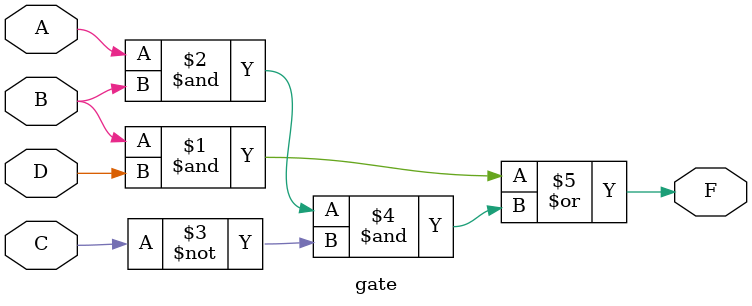
<source format=v>
module gate ( input A, B, C, D, output F);
assign F = ((B & D) | (A & B & (~C)));
endmodule
</source>
